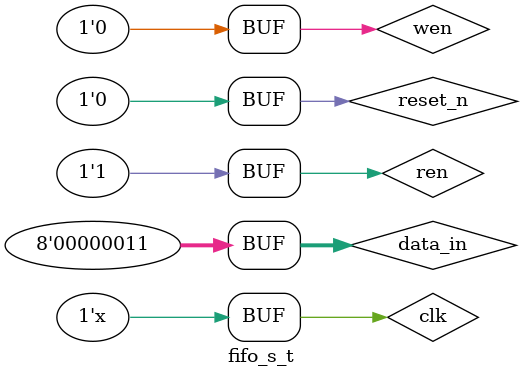
<source format=v>
`timescale 1ns/1ns
module fifo_s_t();

parameter WIDTH=8,DEPTH=8,ADDR=4;
reg clk,reset_n,wen,ren;
reg [WIDTH-1:0] data_in;
wire full,empty;
wire [WIDTH-1:0] data_out;

fifo_s #(WIDTH,DEPTH,ADDR) U1 (clk,reset_n,wen,ren,data_in,full,empty,data_out);

always #5 clk=~clk;

initial begin
clk = 0;
reset_n = 0;
wen = 0;
ren = 0;
#18
reset_n = 1;
wen = 1;
ren = 0;
#100
wen = 0;
ren = 1;
#182
reset_n = 0;
end

initial begin
#20 data_in = 10;
#10 data_in = 5;
#10 data_in = 6;
#10 data_in = 7;
#10 data_in = 89;
#10 data_in = 125;
#10 data_in = 3;
#10 data_in = 9;
#10 data_in = 22;
#10 data_in = 23;
#10 data_in = 220;
#10 data_in = 96;
#10 data_in = 155;
#10 data_in = 53;
#10 data_in = 62;
#10 data_in = 29;
#10 data_in = 85;
#10 data_in = 44;
#10 data_in = 11;
#10 data_in = 3;
end

endmodule

</source>
